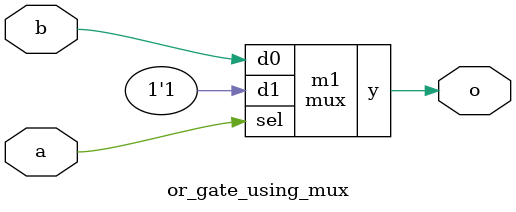
<source format=sv>

module mux
(
  input  d0, d1,
  input  sel,
  output y
);

  assign y = sel ? d1 : d0;

endmodule

//----------------------------------------------------------------------------
// Task
//----------------------------------------------------------------------------

module or_gate_using_mux
(
    input  a,
    input  b,
    output o
);

  // Task:

  // Implement or gate using instance(s) of mux,
  // constants 0 and 1, and wire connections
mux m1(
  .d0(b),
  .d1(1'b1),
  .sel(a),
  .y(o)
);

endmodule

</source>
